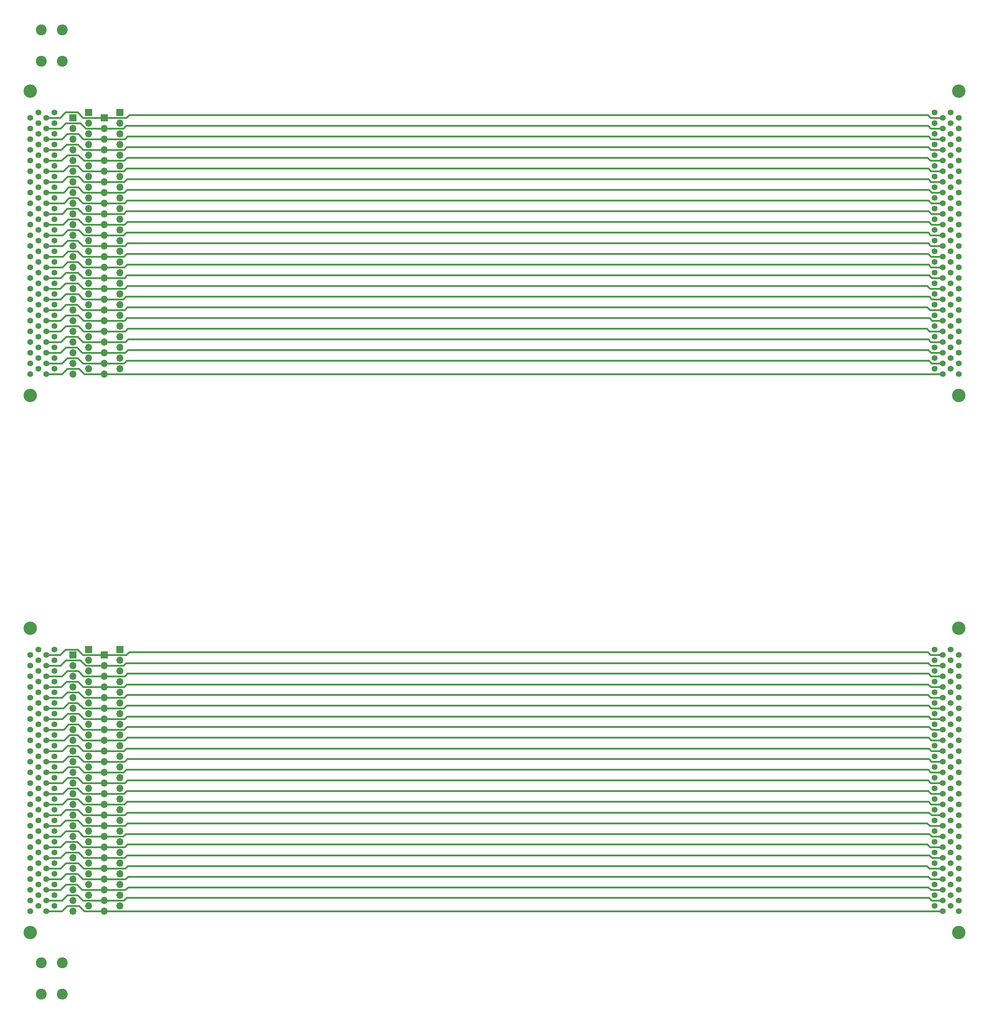
<source format=gbr>
%TF.GenerationSoftware,KiCad,Pcbnew,5.1.12-84ad8e8a86~92~ubuntu20.04.1*%
%TF.CreationDate,2022-06-08T18:54:32+02:00*%
%TF.ProjectId,bvm-a-card-breakout,62766d2d-612d-4636-9172-642d62726561,rev?*%
%TF.SameCoordinates,Original*%
%TF.FileFunction,Copper,L4,Bot*%
%TF.FilePolarity,Positive*%
%FSLAX46Y46*%
G04 Gerber Fmt 4.6, Leading zero omitted, Abs format (unit mm)*
G04 Created by KiCad (PCBNEW 5.1.12-84ad8e8a86~92~ubuntu20.04.1) date 2022-06-08 18:54:32*
%MOMM*%
%LPD*%
G01*
G04 APERTURE LIST*
%TA.AperFunction,ComponentPad*%
%ADD10C,3.200000*%
%TD*%
%TA.AperFunction,ComponentPad*%
%ADD11C,1.400000*%
%TD*%
%TA.AperFunction,ComponentPad*%
%ADD12O,1.700000X1.700000*%
%TD*%
%TA.AperFunction,ComponentPad*%
%ADD13R,1.700000X1.700000*%
%TD*%
%TA.AperFunction,ComponentPad*%
%ADD14C,2.600000*%
%TD*%
%TA.AperFunction,Conductor*%
%ADD15C,0.400000*%
%TD*%
G04 APERTURE END LIST*
D10*
%TO.P,J1,S*%
%TO.N,N/C*%
X124648840Y-162687000D03*
X124648840Y-90297000D03*
D11*
%TO.P,J1,B2*%
%TO.N,B2*%
X124648840Y-96647000D03*
%TO.P,J1,B4*%
%TO.N,B4*%
X124648840Y-99187000D03*
%TO.P,J1,B6*%
%TO.N,B6*%
X124648840Y-101727000D03*
%TO.P,J1,B8*%
%TO.N,B8*%
X124648840Y-104267000D03*
%TO.P,J1,B10*%
%TO.N,B10*%
X124648840Y-106807000D03*
%TO.P,J1,B12*%
%TO.N,B12*%
X124648840Y-109347000D03*
%TO.P,J1,B14*%
%TO.N,B14*%
X124648840Y-111887000D03*
%TO.P,J1,B16*%
%TO.N,B16*%
X124648840Y-114427000D03*
%TO.P,J1,B18*%
%TO.N,B18*%
X124648840Y-116967000D03*
%TO.P,J1,B20*%
%TO.N,B20*%
X124648840Y-119507000D03*
%TO.P,J1,B22*%
%TO.N,B22*%
X124648840Y-122047000D03*
%TO.P,J1,B24*%
%TO.N,B24*%
X124648840Y-124587000D03*
%TO.P,J1,B26*%
%TO.N,B26*%
X124648840Y-127127000D03*
%TO.P,J1,B28*%
%TO.N,B28*%
X124648840Y-129667000D03*
%TO.P,J1,B30*%
%TO.N,B30*%
X124648840Y-132207000D03*
%TO.P,J1,B32*%
%TO.N,B32*%
X124648840Y-134747000D03*
%TO.P,J1,B34*%
%TO.N,B34*%
X124648840Y-137287000D03*
%TO.P,J1,B36*%
%TO.N,B36*%
X124648840Y-139827000D03*
%TO.P,J1,B38*%
%TO.N,B38*%
X124648840Y-142367000D03*
%TO.P,J1,B40*%
%TO.N,B40*%
X124648840Y-144907000D03*
%TO.P,J1,B42*%
%TO.N,B42*%
X124648840Y-147447000D03*
%TO.P,J1,B44*%
%TO.N,B44*%
X124648840Y-149987000D03*
%TO.P,J1,B46*%
%TO.N,B46*%
X124648840Y-152527000D03*
%TO.P,J1,B48*%
%TO.N,B48*%
X124648840Y-155067000D03*
%TO.P,J1,B50*%
%TO.N,B50*%
X124648840Y-157607000D03*
%TO.P,J1,A1*%
%TO.N,A1*%
X130363840Y-95377000D03*
%TO.P,J1,A3*%
%TO.N,A3*%
X130363840Y-97917000D03*
%TO.P,J1,A5*%
%TO.N,A5*%
X130363840Y-100457000D03*
%TO.P,J1,A7*%
%TO.N,A7*%
X130363840Y-102997000D03*
%TO.P,J1,A9*%
%TO.N,A9*%
X130363840Y-105537000D03*
%TO.P,J1,A11*%
%TO.N,A11*%
X130363840Y-108077000D03*
%TO.P,J1,A13*%
%TO.N,A13*%
X130363840Y-110617000D03*
%TO.P,J1,A15*%
%TO.N,A15*%
X130363840Y-113157000D03*
%TO.P,J1,A17*%
%TO.N,A17*%
X130363840Y-115697000D03*
%TO.P,J1,A19*%
%TO.N,A19*%
X130363840Y-118237000D03*
%TO.P,J1,A21*%
%TO.N,A21*%
X130363840Y-120777000D03*
%TO.P,J1,A23*%
%TO.N,A23*%
X130363840Y-123317000D03*
%TO.P,J1,A25*%
%TO.N,A25*%
X130363840Y-125857000D03*
%TO.P,J1,A27*%
%TO.N,A27*%
X130363840Y-128397000D03*
%TO.P,J1,A29*%
%TO.N,A29*%
X130363840Y-130937000D03*
%TO.P,J1,A31*%
%TO.N,A31*%
X130363840Y-133477000D03*
%TO.P,J1,A33*%
%TO.N,A33*%
X130363840Y-136017000D03*
%TO.P,J1,A35*%
%TO.N,A35*%
X130363840Y-138557000D03*
%TO.P,J1,A37*%
%TO.N,A37*%
X130363840Y-141097000D03*
%TO.P,J1,A39*%
%TO.N,A39*%
X130363840Y-143637000D03*
%TO.P,J1,A41*%
%TO.N,A41*%
X130363840Y-146177000D03*
%TO.P,J1,A43*%
%TO.N,A43*%
X130363840Y-148717000D03*
%TO.P,J1,A45*%
%TO.N,A45*%
X130363840Y-151257000D03*
%TO.P,J1,A47*%
%TO.N,A47*%
X130363840Y-153797000D03*
%TO.P,J1,A49*%
%TO.N,A49*%
X130363840Y-156337000D03*
%TO.P,J1,A2*%
%TO.N,A2*%
X128458840Y-96647000D03*
%TO.P,J1,A4*%
%TO.N,A4*%
X128458840Y-99187000D03*
%TO.P,J1,A6*%
%TO.N,A6*%
X128458840Y-101727000D03*
%TO.P,J1,A8*%
%TO.N,A8*%
X128458840Y-104267000D03*
%TO.P,J1,A10*%
%TO.N,A10*%
X128458840Y-106807000D03*
%TO.P,J1,A12*%
%TO.N,A12*%
X128458840Y-109347000D03*
%TO.P,J1,A14*%
%TO.N,A14*%
X128458840Y-111887000D03*
%TO.P,J1,A16*%
%TO.N,A16*%
X128458840Y-114427000D03*
%TO.P,J1,A18*%
%TO.N,A18*%
X128458840Y-116967000D03*
%TO.P,J1,A20*%
%TO.N,A20*%
X128458840Y-119507000D03*
%TO.P,J1,A22*%
%TO.N,A22*%
X128458840Y-122047000D03*
%TO.P,J1,A24*%
%TO.N,A24*%
X128458840Y-124587000D03*
%TO.P,J1,A26*%
%TO.N,A26*%
X128458840Y-127127000D03*
%TO.P,J1,A28*%
%TO.N,A28*%
X128458840Y-129667000D03*
%TO.P,J1,A30*%
%TO.N,A30*%
X128458840Y-132207000D03*
%TO.P,J1,A32*%
%TO.N,A32*%
X128458840Y-134747000D03*
%TO.P,J1,A34*%
%TO.N,A34*%
X128458840Y-137287000D03*
%TO.P,J1,A36*%
%TO.N,A36*%
X128458840Y-139827000D03*
%TO.P,J1,A38*%
%TO.N,A38*%
X128458840Y-142367000D03*
%TO.P,J1,A40*%
%TO.N,A40*%
X128458840Y-144907000D03*
%TO.P,J1,A42*%
%TO.N,A42*%
X128458840Y-147447000D03*
%TO.P,J1,A44*%
%TO.N,A44*%
X128458840Y-149987000D03*
%TO.P,J1,A46*%
%TO.N,A46*%
X128458840Y-152527000D03*
%TO.P,J1,A48*%
%TO.N,A48*%
X128458840Y-155067000D03*
%TO.P,J1,A50*%
%TO.N,A50*%
X128458840Y-157607000D03*
%TO.P,J1,B1*%
%TO.N,B1*%
X126553840Y-95377000D03*
%TO.P,J1,B3*%
%TO.N,B3*%
X126553840Y-97917000D03*
%TO.P,J1,B5*%
%TO.N,B5*%
X126553840Y-100457000D03*
%TO.P,J1,B7*%
%TO.N,B7*%
X126553840Y-102997000D03*
%TO.P,J1,B9*%
%TO.N,B9*%
X126553840Y-105537000D03*
%TO.P,J1,B11*%
%TO.N,B11*%
X126553840Y-108077000D03*
%TO.P,J1,B13*%
%TO.N,B13*%
X126553840Y-110617000D03*
%TO.P,J1,B15*%
%TO.N,B15*%
X126553840Y-113157000D03*
%TO.P,J1,B17*%
%TO.N,B17*%
X126553840Y-115697000D03*
%TO.P,J1,B19*%
%TO.N,B19*%
X126553840Y-118237000D03*
%TO.P,J1,B21*%
%TO.N,B21*%
X126553840Y-120777000D03*
%TO.P,J1,B23*%
%TO.N,B23*%
X126553840Y-123317000D03*
%TO.P,J1,B25*%
%TO.N,B25*%
X126553840Y-125857000D03*
%TO.P,J1,B27*%
%TO.N,B27*%
X126553840Y-128397000D03*
%TO.P,J1,B29*%
%TO.N,B29*%
X126553840Y-130937000D03*
%TO.P,J1,B31*%
%TO.N,B31*%
X126553840Y-133477000D03*
%TO.P,J1,B33*%
%TO.N,B33*%
X126553840Y-136017000D03*
%TO.P,J1,B35*%
%TO.N,B35*%
X126553840Y-138557000D03*
%TO.P,J1,B37*%
%TO.N,B37*%
X126553840Y-141097000D03*
%TO.P,J1,B39*%
%TO.N,B39*%
X126553840Y-143637000D03*
%TO.P,J1,B41*%
%TO.N,B41*%
X126553840Y-146177000D03*
%TO.P,J1,B43*%
%TO.N,B43*%
X126553840Y-148717000D03*
%TO.P,J1,B45*%
%TO.N,B45*%
X126553840Y-151257000D03*
%TO.P,J1,B47*%
%TO.N,B47*%
X126553840Y-153797000D03*
%TO.P,J1,B49*%
%TO.N,B49*%
X126553840Y-156337000D03*
%TD*%
%TO.P,J11,B49*%
%TO.N,B49_2*%
X126552960Y-284129480D03*
%TO.P,J11,B47*%
%TO.N,B47_2*%
X126552960Y-281589480D03*
%TO.P,J11,B45*%
%TO.N,B45_2*%
X126552960Y-279049480D03*
%TO.P,J11,B43*%
%TO.N,B43_2*%
X126552960Y-276509480D03*
%TO.P,J11,B41*%
%TO.N,B41_2*%
X126552960Y-273969480D03*
%TO.P,J11,B39*%
%TO.N,B39_2*%
X126552960Y-271429480D03*
%TO.P,J11,B37*%
%TO.N,B37_2*%
X126552960Y-268889480D03*
%TO.P,J11,B35*%
%TO.N,B35_2*%
X126552960Y-266349480D03*
%TO.P,J11,B33*%
%TO.N,B33_2*%
X126552960Y-263809480D03*
%TO.P,J11,B31*%
%TO.N,B31_2*%
X126552960Y-261269480D03*
%TO.P,J11,B29*%
%TO.N,B29_2*%
X126552960Y-258729480D03*
%TO.P,J11,B27*%
%TO.N,B27_2*%
X126552960Y-256189480D03*
%TO.P,J11,B25*%
%TO.N,B25_2*%
X126552960Y-253649480D03*
%TO.P,J11,B23*%
%TO.N,B23_2*%
X126552960Y-251109480D03*
%TO.P,J11,B21*%
%TO.N,B21_2*%
X126552960Y-248569480D03*
%TO.P,J11,B19*%
%TO.N,B19_2*%
X126552960Y-246029480D03*
%TO.P,J11,B17*%
%TO.N,B17_2*%
X126552960Y-243489480D03*
%TO.P,J11,B15*%
%TO.N,B15_2*%
X126552960Y-240949480D03*
%TO.P,J11,B13*%
%TO.N,B13_2*%
X126552960Y-238409480D03*
%TO.P,J11,B11*%
%TO.N,B11_2*%
X126552960Y-235869480D03*
%TO.P,J11,B9*%
%TO.N,B9_2*%
X126552960Y-233329480D03*
%TO.P,J11,B7*%
%TO.N,B7_2*%
X126552960Y-230789480D03*
%TO.P,J11,B5*%
%TO.N,B5_2*%
X126552960Y-228249480D03*
%TO.P,J11,B3*%
%TO.N,B3_2*%
X126552960Y-225709480D03*
%TO.P,J11,B1*%
%TO.N,B1_2*%
X126552960Y-223169480D03*
%TO.P,J11,A50*%
%TO.N,A50_2*%
X128457960Y-285399480D03*
%TO.P,J11,A48*%
%TO.N,A48_2*%
X128457960Y-282859480D03*
%TO.P,J11,A46*%
%TO.N,A46_2*%
X128457960Y-280319480D03*
%TO.P,J11,A44*%
%TO.N,A44_2*%
X128457960Y-277779480D03*
%TO.P,J11,A42*%
%TO.N,A42_2*%
X128457960Y-275239480D03*
%TO.P,J11,A40*%
%TO.N,A40_2*%
X128457960Y-272699480D03*
%TO.P,J11,A38*%
%TO.N,A38_2*%
X128457960Y-270159480D03*
%TO.P,J11,A36*%
%TO.N,A36_2*%
X128457960Y-267619480D03*
%TO.P,J11,A34*%
%TO.N,A34_2*%
X128457960Y-265079480D03*
%TO.P,J11,A32*%
%TO.N,A32_2*%
X128457960Y-262539480D03*
%TO.P,J11,A30*%
%TO.N,A30_2*%
X128457960Y-259999480D03*
%TO.P,J11,A28*%
%TO.N,A28_2*%
X128457960Y-257459480D03*
%TO.P,J11,A26*%
%TO.N,A26_2*%
X128457960Y-254919480D03*
%TO.P,J11,A24*%
%TO.N,A24_2*%
X128457960Y-252379480D03*
%TO.P,J11,A22*%
%TO.N,A22_2*%
X128457960Y-249839480D03*
%TO.P,J11,A20*%
%TO.N,A20_2*%
X128457960Y-247299480D03*
%TO.P,J11,A18*%
%TO.N,A18_2*%
X128457960Y-244759480D03*
%TO.P,J11,A16*%
%TO.N,A16_2*%
X128457960Y-242219480D03*
%TO.P,J11,A14*%
%TO.N,A14_2*%
X128457960Y-239679480D03*
%TO.P,J11,A12*%
%TO.N,A12_2*%
X128457960Y-237139480D03*
%TO.P,J11,A10*%
%TO.N,A10_2*%
X128457960Y-234599480D03*
%TO.P,J11,A8*%
%TO.N,A8_2*%
X128457960Y-232059480D03*
%TO.P,J11,A6*%
%TO.N,A6_2*%
X128457960Y-229519480D03*
%TO.P,J11,A4*%
%TO.N,A4_2*%
X128457960Y-226979480D03*
%TO.P,J11,A2*%
%TO.N,A2_2*%
X128457960Y-224439480D03*
%TO.P,J11,A49*%
%TO.N,A49_2*%
X130362960Y-284129480D03*
%TO.P,J11,A47*%
%TO.N,A47_2*%
X130362960Y-281589480D03*
%TO.P,J11,A45*%
%TO.N,A45_2*%
X130362960Y-279049480D03*
%TO.P,J11,A43*%
%TO.N,A43_2*%
X130362960Y-276509480D03*
%TO.P,J11,A41*%
%TO.N,A41_2*%
X130362960Y-273969480D03*
%TO.P,J11,A39*%
%TO.N,A39_2*%
X130362960Y-271429480D03*
%TO.P,J11,A37*%
%TO.N,A37_2*%
X130362960Y-268889480D03*
%TO.P,J11,A35*%
%TO.N,A35_2*%
X130362960Y-266349480D03*
%TO.P,J11,A33*%
%TO.N,A33_2*%
X130362960Y-263809480D03*
%TO.P,J11,A31*%
%TO.N,A31_2*%
X130362960Y-261269480D03*
%TO.P,J11,A29*%
%TO.N,A29_2*%
X130362960Y-258729480D03*
%TO.P,J11,A27*%
%TO.N,A27_2*%
X130362960Y-256189480D03*
%TO.P,J11,A25*%
%TO.N,A25_2*%
X130362960Y-253649480D03*
%TO.P,J11,A23*%
%TO.N,A23_2*%
X130362960Y-251109480D03*
%TO.P,J11,A21*%
%TO.N,A21_2*%
X130362960Y-248569480D03*
%TO.P,J11,A19*%
%TO.N,A19_2*%
X130362960Y-246029480D03*
%TO.P,J11,A17*%
%TO.N,A17_2*%
X130362960Y-243489480D03*
%TO.P,J11,A15*%
%TO.N,A15_2*%
X130362960Y-240949480D03*
%TO.P,J11,A13*%
%TO.N,A13_2*%
X130362960Y-238409480D03*
%TO.P,J11,A11*%
%TO.N,A11_2*%
X130362960Y-235869480D03*
%TO.P,J11,A9*%
%TO.N,A9_2*%
X130362960Y-233329480D03*
%TO.P,J11,A7*%
%TO.N,A7_2*%
X130362960Y-230789480D03*
%TO.P,J11,A5*%
%TO.N,A5_2*%
X130362960Y-228249480D03*
%TO.P,J11,A3*%
%TO.N,A3_2*%
X130362960Y-225709480D03*
%TO.P,J11,A1*%
%TO.N,A1_2*%
X130362960Y-223169480D03*
%TO.P,J11,B50*%
%TO.N,B50_2*%
X124647960Y-285399480D03*
%TO.P,J11,B48*%
%TO.N,B48_2*%
X124647960Y-282859480D03*
%TO.P,J11,B46*%
%TO.N,B46_2*%
X124647960Y-280319480D03*
%TO.P,J11,B44*%
%TO.N,B44_2*%
X124647960Y-277779480D03*
%TO.P,J11,B42*%
%TO.N,B42_2*%
X124647960Y-275239480D03*
%TO.P,J11,B40*%
%TO.N,B40_2*%
X124647960Y-272699480D03*
%TO.P,J11,B38*%
%TO.N,B38_2*%
X124647960Y-270159480D03*
%TO.P,J11,B36*%
%TO.N,B36_2*%
X124647960Y-267619480D03*
%TO.P,J11,B34*%
%TO.N,B34_2*%
X124647960Y-265079480D03*
%TO.P,J11,B32*%
%TO.N,B32_2*%
X124647960Y-262539480D03*
%TO.P,J11,B30*%
%TO.N,B30_2*%
X124647960Y-259999480D03*
%TO.P,J11,B28*%
%TO.N,B28_2*%
X124647960Y-257459480D03*
%TO.P,J11,B26*%
%TO.N,B26_2*%
X124647960Y-254919480D03*
%TO.P,J11,B24*%
%TO.N,B24_2*%
X124647960Y-252379480D03*
%TO.P,J11,B22*%
%TO.N,B22_2*%
X124647960Y-249839480D03*
%TO.P,J11,B20*%
%TO.N,B20_2*%
X124647960Y-247299480D03*
%TO.P,J11,B18*%
%TO.N,B18_2*%
X124647960Y-244759480D03*
%TO.P,J11,B16*%
%TO.N,B16_2*%
X124647960Y-242219480D03*
%TO.P,J11,B14*%
%TO.N,B14_2*%
X124647960Y-239679480D03*
%TO.P,J11,B12*%
%TO.N,B12_2*%
X124647960Y-237139480D03*
%TO.P,J11,B10*%
%TO.N,B10_2*%
X124647960Y-234599480D03*
%TO.P,J11,B8*%
%TO.N,B8_2*%
X124647960Y-232059480D03*
%TO.P,J11,B6*%
%TO.N,B6_2*%
X124647960Y-229519480D03*
%TO.P,J11,B4*%
%TO.N,B4_2*%
X124647960Y-226979480D03*
%TO.P,J11,B2*%
%TO.N,B2_2*%
X124647960Y-224439480D03*
D10*
%TO.P,J11,S*%
%TO.N,N/C*%
X124647960Y-218089480D03*
X124647960Y-290479480D03*
%TD*%
%TO.P,J2,S*%
%TO.N,N/C*%
X345588240Y-162683560D03*
X345588240Y-90293560D03*
D11*
%TO.P,J2,B2*%
%TO.N,B2*%
X345588240Y-96643560D03*
%TO.P,J2,B4*%
%TO.N,B4*%
X345588240Y-99183560D03*
%TO.P,J2,B6*%
%TO.N,B6*%
X345588240Y-101723560D03*
%TO.P,J2,B8*%
%TO.N,B8*%
X345588240Y-104263560D03*
%TO.P,J2,B10*%
%TO.N,B10*%
X345588240Y-106803560D03*
%TO.P,J2,B12*%
%TO.N,B12*%
X345588240Y-109343560D03*
%TO.P,J2,B14*%
%TO.N,B14*%
X345588240Y-111883560D03*
%TO.P,J2,B16*%
%TO.N,B16*%
X345588240Y-114423560D03*
%TO.P,J2,B18*%
%TO.N,B18*%
X345588240Y-116963560D03*
%TO.P,J2,B20*%
%TO.N,B20*%
X345588240Y-119503560D03*
%TO.P,J2,B22*%
%TO.N,B22*%
X345588240Y-122043560D03*
%TO.P,J2,B24*%
%TO.N,B24*%
X345588240Y-124583560D03*
%TO.P,J2,B26*%
%TO.N,B26*%
X345588240Y-127123560D03*
%TO.P,J2,B28*%
%TO.N,B28*%
X345588240Y-129663560D03*
%TO.P,J2,B30*%
%TO.N,B30*%
X345588240Y-132203560D03*
%TO.P,J2,B32*%
%TO.N,B32*%
X345588240Y-134743560D03*
%TO.P,J2,B34*%
%TO.N,B34*%
X345588240Y-137283560D03*
%TO.P,J2,B36*%
%TO.N,B36*%
X345588240Y-139823560D03*
%TO.P,J2,B38*%
%TO.N,B38*%
X345588240Y-142363560D03*
%TO.P,J2,B40*%
%TO.N,B40*%
X345588240Y-144903560D03*
%TO.P,J2,B42*%
%TO.N,B42*%
X345588240Y-147443560D03*
%TO.P,J2,B44*%
%TO.N,B44*%
X345588240Y-149983560D03*
%TO.P,J2,B46*%
%TO.N,B46*%
X345588240Y-152523560D03*
%TO.P,J2,B48*%
%TO.N,B48*%
X345588240Y-155063560D03*
%TO.P,J2,B50*%
%TO.N,B50*%
X345588240Y-157603560D03*
%TO.P,J2,A1*%
%TO.N,A1*%
X339873240Y-95373560D03*
%TO.P,J2,A3*%
%TO.N,A3*%
X339873240Y-97913560D03*
%TO.P,J2,A5*%
%TO.N,A5*%
X339873240Y-100453560D03*
%TO.P,J2,A7*%
%TO.N,A7*%
X339873240Y-102993560D03*
%TO.P,J2,A9*%
%TO.N,A9*%
X339873240Y-105533560D03*
%TO.P,J2,A11*%
%TO.N,A11*%
X339873240Y-108073560D03*
%TO.P,J2,A13*%
%TO.N,A13*%
X339873240Y-110613560D03*
%TO.P,J2,A15*%
%TO.N,A15*%
X339873240Y-113153560D03*
%TO.P,J2,A17*%
%TO.N,A17*%
X339873240Y-115693560D03*
%TO.P,J2,A19*%
%TO.N,A19*%
X339873240Y-118233560D03*
%TO.P,J2,A21*%
%TO.N,A21*%
X339873240Y-120773560D03*
%TO.P,J2,A23*%
%TO.N,A23*%
X339873240Y-123313560D03*
%TO.P,J2,A25*%
%TO.N,A25*%
X339873240Y-125853560D03*
%TO.P,J2,A27*%
%TO.N,A27*%
X339873240Y-128393560D03*
%TO.P,J2,A29*%
%TO.N,A29*%
X339873240Y-130933560D03*
%TO.P,J2,A31*%
%TO.N,A31*%
X339873240Y-133473560D03*
%TO.P,J2,A33*%
%TO.N,A33*%
X339873240Y-136013560D03*
%TO.P,J2,A35*%
%TO.N,A35*%
X339873240Y-138553560D03*
%TO.P,J2,A37*%
%TO.N,A37*%
X339873240Y-141093560D03*
%TO.P,J2,A39*%
%TO.N,A39*%
X339873240Y-143633560D03*
%TO.P,J2,A41*%
%TO.N,A41*%
X339873240Y-146173560D03*
%TO.P,J2,A43*%
%TO.N,A43*%
X339873240Y-148713560D03*
%TO.P,J2,A45*%
%TO.N,A45*%
X339873240Y-151253560D03*
%TO.P,J2,A47*%
%TO.N,A47*%
X339873240Y-153793560D03*
%TO.P,J2,A49*%
%TO.N,A49*%
X339873240Y-156333560D03*
%TO.P,J2,A2*%
%TO.N,A2*%
X341778240Y-96643560D03*
%TO.P,J2,A4*%
%TO.N,A4*%
X341778240Y-99183560D03*
%TO.P,J2,A6*%
%TO.N,A6*%
X341778240Y-101723560D03*
%TO.P,J2,A8*%
%TO.N,A8*%
X341778240Y-104263560D03*
%TO.P,J2,A10*%
%TO.N,A10*%
X341778240Y-106803560D03*
%TO.P,J2,A12*%
%TO.N,A12*%
X341778240Y-109343560D03*
%TO.P,J2,A14*%
%TO.N,A14*%
X341778240Y-111883560D03*
%TO.P,J2,A16*%
%TO.N,A16*%
X341778240Y-114423560D03*
%TO.P,J2,A18*%
%TO.N,A18*%
X341778240Y-116963560D03*
%TO.P,J2,A20*%
%TO.N,A20*%
X341778240Y-119503560D03*
%TO.P,J2,A22*%
%TO.N,A22*%
X341778240Y-122043560D03*
%TO.P,J2,A24*%
%TO.N,A24*%
X341778240Y-124583560D03*
%TO.P,J2,A26*%
%TO.N,A26*%
X341778240Y-127123560D03*
%TO.P,J2,A28*%
%TO.N,A28*%
X341778240Y-129663560D03*
%TO.P,J2,A30*%
%TO.N,A30*%
X341778240Y-132203560D03*
%TO.P,J2,A32*%
%TO.N,A32*%
X341778240Y-134743560D03*
%TO.P,J2,A34*%
%TO.N,A34*%
X341778240Y-137283560D03*
%TO.P,J2,A36*%
%TO.N,A36*%
X341778240Y-139823560D03*
%TO.P,J2,A38*%
%TO.N,A38*%
X341778240Y-142363560D03*
%TO.P,J2,A40*%
%TO.N,A40*%
X341778240Y-144903560D03*
%TO.P,J2,A42*%
%TO.N,A42*%
X341778240Y-147443560D03*
%TO.P,J2,A44*%
%TO.N,A44*%
X341778240Y-149983560D03*
%TO.P,J2,A46*%
%TO.N,A46*%
X341778240Y-152523560D03*
%TO.P,J2,A48*%
%TO.N,A48*%
X341778240Y-155063560D03*
%TO.P,J2,A50*%
%TO.N,A50*%
X341778240Y-157603560D03*
%TO.P,J2,B1*%
%TO.N,B1*%
X343683240Y-95373560D03*
%TO.P,J2,B3*%
%TO.N,B3*%
X343683240Y-97913560D03*
%TO.P,J2,B5*%
%TO.N,B5*%
X343683240Y-100453560D03*
%TO.P,J2,B7*%
%TO.N,B7*%
X343683240Y-102993560D03*
%TO.P,J2,B9*%
%TO.N,B9*%
X343683240Y-105533560D03*
%TO.P,J2,B11*%
%TO.N,B11*%
X343683240Y-108073560D03*
%TO.P,J2,B13*%
%TO.N,B13*%
X343683240Y-110613560D03*
%TO.P,J2,B15*%
%TO.N,B15*%
X343683240Y-113153560D03*
%TO.P,J2,B17*%
%TO.N,B17*%
X343683240Y-115693560D03*
%TO.P,J2,B19*%
%TO.N,B19*%
X343683240Y-118233560D03*
%TO.P,J2,B21*%
%TO.N,B21*%
X343683240Y-120773560D03*
%TO.P,J2,B23*%
%TO.N,B23*%
X343683240Y-123313560D03*
%TO.P,J2,B25*%
%TO.N,B25*%
X343683240Y-125853560D03*
%TO.P,J2,B27*%
%TO.N,B27*%
X343683240Y-128393560D03*
%TO.P,J2,B29*%
%TO.N,B29*%
X343683240Y-130933560D03*
%TO.P,J2,B31*%
%TO.N,B31*%
X343683240Y-133473560D03*
%TO.P,J2,B33*%
%TO.N,B33*%
X343683240Y-136013560D03*
%TO.P,J2,B35*%
%TO.N,B35*%
X343683240Y-138553560D03*
%TO.P,J2,B37*%
%TO.N,B37*%
X343683240Y-141093560D03*
%TO.P,J2,B39*%
%TO.N,B39*%
X343683240Y-143633560D03*
%TO.P,J2,B41*%
%TO.N,B41*%
X343683240Y-146173560D03*
%TO.P,J2,B43*%
%TO.N,B43*%
X343683240Y-148713560D03*
%TO.P,J2,B45*%
%TO.N,B45*%
X343683240Y-151253560D03*
%TO.P,J2,B47*%
%TO.N,B47*%
X343683240Y-153793560D03*
%TO.P,J2,B49*%
%TO.N,B49*%
X343683240Y-156333560D03*
%TD*%
D10*
%TO.P,J12,S*%
%TO.N,N/C*%
X345587320Y-290474400D03*
X345587320Y-218084400D03*
D11*
%TO.P,J12,B2*%
%TO.N,B2_2*%
X345587320Y-224434400D03*
%TO.P,J12,B4*%
%TO.N,B4_2*%
X345587320Y-226974400D03*
%TO.P,J12,B6*%
%TO.N,B6_2*%
X345587320Y-229514400D03*
%TO.P,J12,B8*%
%TO.N,B8_2*%
X345587320Y-232054400D03*
%TO.P,J12,B10*%
%TO.N,B10_2*%
X345587320Y-234594400D03*
%TO.P,J12,B12*%
%TO.N,B12_2*%
X345587320Y-237134400D03*
%TO.P,J12,B14*%
%TO.N,B14_2*%
X345587320Y-239674400D03*
%TO.P,J12,B16*%
%TO.N,B16_2*%
X345587320Y-242214400D03*
%TO.P,J12,B18*%
%TO.N,B18_2*%
X345587320Y-244754400D03*
%TO.P,J12,B20*%
%TO.N,B20_2*%
X345587320Y-247294400D03*
%TO.P,J12,B22*%
%TO.N,B22_2*%
X345587320Y-249834400D03*
%TO.P,J12,B24*%
%TO.N,B24_2*%
X345587320Y-252374400D03*
%TO.P,J12,B26*%
%TO.N,B26_2*%
X345587320Y-254914400D03*
%TO.P,J12,B28*%
%TO.N,B28_2*%
X345587320Y-257454400D03*
%TO.P,J12,B30*%
%TO.N,B30_2*%
X345587320Y-259994400D03*
%TO.P,J12,B32*%
%TO.N,B32_2*%
X345587320Y-262534400D03*
%TO.P,J12,B34*%
%TO.N,B34_2*%
X345587320Y-265074400D03*
%TO.P,J12,B36*%
%TO.N,B36_2*%
X345587320Y-267614400D03*
%TO.P,J12,B38*%
%TO.N,B38_2*%
X345587320Y-270154400D03*
%TO.P,J12,B40*%
%TO.N,B40_2*%
X345587320Y-272694400D03*
%TO.P,J12,B42*%
%TO.N,B42_2*%
X345587320Y-275234400D03*
%TO.P,J12,B44*%
%TO.N,B44_2*%
X345587320Y-277774400D03*
%TO.P,J12,B46*%
%TO.N,B46_2*%
X345587320Y-280314400D03*
%TO.P,J12,B48*%
%TO.N,B48_2*%
X345587320Y-282854400D03*
%TO.P,J12,B50*%
%TO.N,B50_2*%
X345587320Y-285394400D03*
%TO.P,J12,A1*%
%TO.N,A1_2*%
X339872320Y-223164400D03*
%TO.P,J12,A3*%
%TO.N,A3_2*%
X339872320Y-225704400D03*
%TO.P,J12,A5*%
%TO.N,A5_2*%
X339872320Y-228244400D03*
%TO.P,J12,A7*%
%TO.N,A7_2*%
X339872320Y-230784400D03*
%TO.P,J12,A9*%
%TO.N,A9_2*%
X339872320Y-233324400D03*
%TO.P,J12,A11*%
%TO.N,A11_2*%
X339872320Y-235864400D03*
%TO.P,J12,A13*%
%TO.N,A13_2*%
X339872320Y-238404400D03*
%TO.P,J12,A15*%
%TO.N,A15_2*%
X339872320Y-240944400D03*
%TO.P,J12,A17*%
%TO.N,A17_2*%
X339872320Y-243484400D03*
%TO.P,J12,A19*%
%TO.N,A19_2*%
X339872320Y-246024400D03*
%TO.P,J12,A21*%
%TO.N,A21_2*%
X339872320Y-248564400D03*
%TO.P,J12,A23*%
%TO.N,A23_2*%
X339872320Y-251104400D03*
%TO.P,J12,A25*%
%TO.N,A25_2*%
X339872320Y-253644400D03*
%TO.P,J12,A27*%
%TO.N,A27_2*%
X339872320Y-256184400D03*
%TO.P,J12,A29*%
%TO.N,A29_2*%
X339872320Y-258724400D03*
%TO.P,J12,A31*%
%TO.N,A31_2*%
X339872320Y-261264400D03*
%TO.P,J12,A33*%
%TO.N,A33_2*%
X339872320Y-263804400D03*
%TO.P,J12,A35*%
%TO.N,A35_2*%
X339872320Y-266344400D03*
%TO.P,J12,A37*%
%TO.N,A37_2*%
X339872320Y-268884400D03*
%TO.P,J12,A39*%
%TO.N,A39_2*%
X339872320Y-271424400D03*
%TO.P,J12,A41*%
%TO.N,A41_2*%
X339872320Y-273964400D03*
%TO.P,J12,A43*%
%TO.N,A43_2*%
X339872320Y-276504400D03*
%TO.P,J12,A45*%
%TO.N,A45_2*%
X339872320Y-279044400D03*
%TO.P,J12,A47*%
%TO.N,A47_2*%
X339872320Y-281584400D03*
%TO.P,J12,A49*%
%TO.N,A49_2*%
X339872320Y-284124400D03*
%TO.P,J12,A2*%
%TO.N,A2_2*%
X341777320Y-224434400D03*
%TO.P,J12,A4*%
%TO.N,A4_2*%
X341777320Y-226974400D03*
%TO.P,J12,A6*%
%TO.N,A6_2*%
X341777320Y-229514400D03*
%TO.P,J12,A8*%
%TO.N,A8_2*%
X341777320Y-232054400D03*
%TO.P,J12,A10*%
%TO.N,A10_2*%
X341777320Y-234594400D03*
%TO.P,J12,A12*%
%TO.N,A12_2*%
X341777320Y-237134400D03*
%TO.P,J12,A14*%
%TO.N,A14_2*%
X341777320Y-239674400D03*
%TO.P,J12,A16*%
%TO.N,A16_2*%
X341777320Y-242214400D03*
%TO.P,J12,A18*%
%TO.N,A18_2*%
X341777320Y-244754400D03*
%TO.P,J12,A20*%
%TO.N,A20_2*%
X341777320Y-247294400D03*
%TO.P,J12,A22*%
%TO.N,A22_2*%
X341777320Y-249834400D03*
%TO.P,J12,A24*%
%TO.N,A24_2*%
X341777320Y-252374400D03*
%TO.P,J12,A26*%
%TO.N,A26_2*%
X341777320Y-254914400D03*
%TO.P,J12,A28*%
%TO.N,A28_2*%
X341777320Y-257454400D03*
%TO.P,J12,A30*%
%TO.N,A30_2*%
X341777320Y-259994400D03*
%TO.P,J12,A32*%
%TO.N,A32_2*%
X341777320Y-262534400D03*
%TO.P,J12,A34*%
%TO.N,A34_2*%
X341777320Y-265074400D03*
%TO.P,J12,A36*%
%TO.N,A36_2*%
X341777320Y-267614400D03*
%TO.P,J12,A38*%
%TO.N,A38_2*%
X341777320Y-270154400D03*
%TO.P,J12,A40*%
%TO.N,A40_2*%
X341777320Y-272694400D03*
%TO.P,J12,A42*%
%TO.N,A42_2*%
X341777320Y-275234400D03*
%TO.P,J12,A44*%
%TO.N,A44_2*%
X341777320Y-277774400D03*
%TO.P,J12,A46*%
%TO.N,A46_2*%
X341777320Y-280314400D03*
%TO.P,J12,A48*%
%TO.N,A48_2*%
X341777320Y-282854400D03*
%TO.P,J12,A50*%
%TO.N,A50_2*%
X341777320Y-285394400D03*
%TO.P,J12,B1*%
%TO.N,B1_2*%
X343682320Y-223164400D03*
%TO.P,J12,B3*%
%TO.N,B3_2*%
X343682320Y-225704400D03*
%TO.P,J12,B5*%
%TO.N,B5_2*%
X343682320Y-228244400D03*
%TO.P,J12,B7*%
%TO.N,B7_2*%
X343682320Y-230784400D03*
%TO.P,J12,B9*%
%TO.N,B9_2*%
X343682320Y-233324400D03*
%TO.P,J12,B11*%
%TO.N,B11_2*%
X343682320Y-235864400D03*
%TO.P,J12,B13*%
%TO.N,B13_2*%
X343682320Y-238404400D03*
%TO.P,J12,B15*%
%TO.N,B15_2*%
X343682320Y-240944400D03*
%TO.P,J12,B17*%
%TO.N,B17_2*%
X343682320Y-243484400D03*
%TO.P,J12,B19*%
%TO.N,B19_2*%
X343682320Y-246024400D03*
%TO.P,J12,B21*%
%TO.N,B21_2*%
X343682320Y-248564400D03*
%TO.P,J12,B23*%
%TO.N,B23_2*%
X343682320Y-251104400D03*
%TO.P,J12,B25*%
%TO.N,B25_2*%
X343682320Y-253644400D03*
%TO.P,J12,B27*%
%TO.N,B27_2*%
X343682320Y-256184400D03*
%TO.P,J12,B29*%
%TO.N,B29_2*%
X343682320Y-258724400D03*
%TO.P,J12,B31*%
%TO.N,B31_2*%
X343682320Y-261264400D03*
%TO.P,J12,B33*%
%TO.N,B33_2*%
X343682320Y-263804400D03*
%TO.P,J12,B35*%
%TO.N,B35_2*%
X343682320Y-266344400D03*
%TO.P,J12,B37*%
%TO.N,B37_2*%
X343682320Y-268884400D03*
%TO.P,J12,B39*%
%TO.N,B39_2*%
X343682320Y-271424400D03*
%TO.P,J12,B41*%
%TO.N,B41_2*%
X343682320Y-273964400D03*
%TO.P,J12,B43*%
%TO.N,B43_2*%
X343682320Y-276504400D03*
%TO.P,J12,B45*%
%TO.N,B45_2*%
X343682320Y-279044400D03*
%TO.P,J12,B47*%
%TO.N,B47_2*%
X343682320Y-281584400D03*
%TO.P,J12,B49*%
%TO.N,B49_2*%
X343682320Y-284124400D03*
%TD*%
D12*
%TO.P,J3,25*%
%TO.N,B49*%
X138488840Y-156320860D03*
%TO.P,J3,24*%
%TO.N,B47*%
X138488840Y-153780860D03*
%TO.P,J3,23*%
%TO.N,B45*%
X138488840Y-151240860D03*
%TO.P,J3,22*%
%TO.N,B43*%
X138488840Y-148700860D03*
%TO.P,J3,21*%
%TO.N,B41*%
X138488840Y-146160860D03*
%TO.P,J3,20*%
%TO.N,B39*%
X138488840Y-143620860D03*
%TO.P,J3,19*%
%TO.N,B37*%
X138488840Y-141080860D03*
%TO.P,J3,18*%
%TO.N,B35*%
X138488840Y-138540860D03*
%TO.P,J3,17*%
%TO.N,B33*%
X138488840Y-136000860D03*
%TO.P,J3,16*%
%TO.N,B31*%
X138488840Y-133460860D03*
%TO.P,J3,15*%
%TO.N,B29*%
X138488840Y-130920860D03*
%TO.P,J3,14*%
%TO.N,B27*%
X138488840Y-128380860D03*
%TO.P,J3,13*%
%TO.N,B25*%
X138488840Y-125840860D03*
%TO.P,J3,12*%
%TO.N,B23*%
X138488840Y-123300860D03*
%TO.P,J3,11*%
%TO.N,B21*%
X138488840Y-120760860D03*
%TO.P,J3,10*%
%TO.N,B19*%
X138488840Y-118220860D03*
%TO.P,J3,9*%
%TO.N,B17*%
X138488840Y-115680860D03*
%TO.P,J3,8*%
%TO.N,B15*%
X138488840Y-113140860D03*
%TO.P,J3,7*%
%TO.N,B13*%
X138488840Y-110600860D03*
%TO.P,J3,6*%
%TO.N,B11*%
X138488840Y-108060860D03*
%TO.P,J3,5*%
%TO.N,B9*%
X138488840Y-105520860D03*
%TO.P,J3,4*%
%TO.N,B7*%
X138488840Y-102980860D03*
%TO.P,J3,3*%
%TO.N,B5*%
X138488840Y-100440860D03*
%TO.P,J3,2*%
%TO.N,B3*%
X138488840Y-97900860D03*
D13*
%TO.P,J3,1*%
%TO.N,B1*%
X138488840Y-95360860D03*
%TD*%
%TO.P,J5,1*%
%TO.N,B2*%
X134763840Y-96635860D03*
D12*
%TO.P,J5,2*%
%TO.N,B4*%
X134763840Y-99175860D03*
%TO.P,J5,3*%
%TO.N,B6*%
X134763840Y-101715860D03*
%TO.P,J5,4*%
%TO.N,B8*%
X134763840Y-104255860D03*
%TO.P,J5,5*%
%TO.N,B10*%
X134763840Y-106795860D03*
%TO.P,J5,6*%
%TO.N,B12*%
X134763840Y-109335860D03*
%TO.P,J5,7*%
%TO.N,B14*%
X134763840Y-111875860D03*
%TO.P,J5,8*%
%TO.N,B16*%
X134763840Y-114415860D03*
%TO.P,J5,9*%
%TO.N,B18*%
X134763840Y-116955860D03*
%TO.P,J5,10*%
%TO.N,B20*%
X134763840Y-119495860D03*
%TO.P,J5,11*%
%TO.N,B22*%
X134763840Y-122035860D03*
%TO.P,J5,12*%
%TO.N,B24*%
X134763840Y-124575860D03*
%TO.P,J5,13*%
%TO.N,B26*%
X134763840Y-127115860D03*
%TO.P,J5,14*%
%TO.N,B28*%
X134763840Y-129655860D03*
%TO.P,J5,15*%
%TO.N,B30*%
X134763840Y-132195860D03*
%TO.P,J5,16*%
%TO.N,B32*%
X134763840Y-134735860D03*
%TO.P,J5,17*%
%TO.N,B34*%
X134763840Y-137275860D03*
%TO.P,J5,18*%
%TO.N,B36*%
X134763840Y-139815860D03*
%TO.P,J5,19*%
%TO.N,B38*%
X134763840Y-142355860D03*
%TO.P,J5,20*%
%TO.N,B40*%
X134763840Y-144895860D03*
%TO.P,J5,21*%
%TO.N,B42*%
X134763840Y-147435860D03*
%TO.P,J5,22*%
%TO.N,B44*%
X134763840Y-149975860D03*
%TO.P,J5,23*%
%TO.N,B46*%
X134763840Y-152515860D03*
%TO.P,J5,24*%
%TO.N,B48*%
X134763840Y-155055860D03*
%TO.P,J5,25*%
%TO.N,B50*%
X134763840Y-157595860D03*
%TD*%
%TO.P,J4,25*%
%TO.N,A49*%
X145938840Y-156320860D03*
%TO.P,J4,24*%
%TO.N,A47*%
X145938840Y-153780860D03*
%TO.P,J4,23*%
%TO.N,A45*%
X145938840Y-151240860D03*
%TO.P,J4,22*%
%TO.N,A43*%
X145938840Y-148700860D03*
%TO.P,J4,21*%
%TO.N,A41*%
X145938840Y-146160860D03*
%TO.P,J4,20*%
%TO.N,A39*%
X145938840Y-143620860D03*
%TO.P,J4,19*%
%TO.N,A37*%
X145938840Y-141080860D03*
%TO.P,J4,18*%
%TO.N,A35*%
X145938840Y-138540860D03*
%TO.P,J4,17*%
%TO.N,A33*%
X145938840Y-136000860D03*
%TO.P,J4,16*%
%TO.N,A31*%
X145938840Y-133460860D03*
%TO.P,J4,15*%
%TO.N,A29*%
X145938840Y-130920860D03*
%TO.P,J4,14*%
%TO.N,A27*%
X145938840Y-128380860D03*
%TO.P,J4,13*%
%TO.N,A25*%
X145938840Y-125840860D03*
%TO.P,J4,12*%
%TO.N,A23*%
X145938840Y-123300860D03*
%TO.P,J4,11*%
%TO.N,A21*%
X145938840Y-120760860D03*
%TO.P,J4,10*%
%TO.N,A19*%
X145938840Y-118220860D03*
%TO.P,J4,9*%
%TO.N,A17*%
X145938840Y-115680860D03*
%TO.P,J4,8*%
%TO.N,A15*%
X145938840Y-113140860D03*
%TO.P,J4,7*%
%TO.N,A13*%
X145938840Y-110600860D03*
%TO.P,J4,6*%
%TO.N,A11*%
X145938840Y-108060860D03*
%TO.P,J4,5*%
%TO.N,A9*%
X145938840Y-105520860D03*
%TO.P,J4,4*%
%TO.N,A7*%
X145938840Y-102980860D03*
%TO.P,J4,3*%
%TO.N,A5*%
X145938840Y-100440860D03*
%TO.P,J4,2*%
%TO.N,A3*%
X145938840Y-97900860D03*
D13*
%TO.P,J4,1*%
%TO.N,A1*%
X145938840Y-95360860D03*
%TD*%
%TO.P,J6,1*%
%TO.N,A2*%
X142213840Y-96635860D03*
D12*
%TO.P,J6,2*%
%TO.N,A4*%
X142213840Y-99175860D03*
%TO.P,J6,3*%
%TO.N,A6*%
X142213840Y-101715860D03*
%TO.P,J6,4*%
%TO.N,A8*%
X142213840Y-104255860D03*
%TO.P,J6,5*%
%TO.N,A10*%
X142213840Y-106795860D03*
%TO.P,J6,6*%
%TO.N,A12*%
X142213840Y-109335860D03*
%TO.P,J6,7*%
%TO.N,A14*%
X142213840Y-111875860D03*
%TO.P,J6,8*%
%TO.N,A16*%
X142213840Y-114415860D03*
%TO.P,J6,9*%
%TO.N,A18*%
X142213840Y-116955860D03*
%TO.P,J6,10*%
%TO.N,A20*%
X142213840Y-119495860D03*
%TO.P,J6,11*%
%TO.N,A22*%
X142213840Y-122035860D03*
%TO.P,J6,12*%
%TO.N,A24*%
X142213840Y-124575860D03*
%TO.P,J6,13*%
%TO.N,A26*%
X142213840Y-127115860D03*
%TO.P,J6,14*%
%TO.N,A28*%
X142213840Y-129655860D03*
%TO.P,J6,15*%
%TO.N,A30*%
X142213840Y-132195860D03*
%TO.P,J6,16*%
%TO.N,A32*%
X142213840Y-134735860D03*
%TO.P,J6,17*%
%TO.N,A34*%
X142213840Y-137275860D03*
%TO.P,J6,18*%
%TO.N,A36*%
X142213840Y-139815860D03*
%TO.P,J6,19*%
%TO.N,A38*%
X142213840Y-142355860D03*
%TO.P,J6,20*%
%TO.N,A40*%
X142213840Y-144895860D03*
%TO.P,J6,21*%
%TO.N,A42*%
X142213840Y-147435860D03*
%TO.P,J6,22*%
%TO.N,A44*%
X142213840Y-149975860D03*
%TO.P,J6,23*%
%TO.N,A46*%
X142213840Y-152515860D03*
%TO.P,J6,24*%
%TO.N,A48*%
X142213840Y-155055860D03*
%TO.P,J6,25*%
%TO.N,A50*%
X142213840Y-157595860D03*
%TD*%
D14*
%TO.P,H2,S*%
%TO.N,N/C*%
X127274000Y-75722360D03*
X132274000Y-75722360D03*
X132274000Y-83222360D03*
X127274000Y-83222360D03*
%TD*%
%TO.P,H1,S*%
%TO.N,N/C*%
X127274000Y-305122360D03*
X132274000Y-305122360D03*
X132274000Y-297622360D03*
X127274000Y-297622360D03*
%TD*%
D12*
%TO.P,J13,25*%
%TO.N,B49_2*%
X138488840Y-284123500D03*
%TO.P,J13,24*%
%TO.N,B47_2*%
X138488840Y-281583500D03*
%TO.P,J13,23*%
%TO.N,B45_2*%
X138488840Y-279043500D03*
%TO.P,J13,22*%
%TO.N,B43_2*%
X138488840Y-276503500D03*
%TO.P,J13,21*%
%TO.N,B41_2*%
X138488840Y-273963500D03*
%TO.P,J13,20*%
%TO.N,B39_2*%
X138488840Y-271423500D03*
%TO.P,J13,19*%
%TO.N,B37_2*%
X138488840Y-268883500D03*
%TO.P,J13,18*%
%TO.N,B35_2*%
X138488840Y-266343500D03*
%TO.P,J13,17*%
%TO.N,B33_2*%
X138488840Y-263803500D03*
%TO.P,J13,16*%
%TO.N,B31_2*%
X138488840Y-261263500D03*
%TO.P,J13,15*%
%TO.N,B29_2*%
X138488840Y-258723500D03*
%TO.P,J13,14*%
%TO.N,B27_2*%
X138488840Y-256183500D03*
%TO.P,J13,13*%
%TO.N,B25_2*%
X138488840Y-253643500D03*
%TO.P,J13,12*%
%TO.N,B23_2*%
X138488840Y-251103500D03*
%TO.P,J13,11*%
%TO.N,B21_2*%
X138488840Y-248563500D03*
%TO.P,J13,10*%
%TO.N,B19_2*%
X138488840Y-246023500D03*
%TO.P,J13,9*%
%TO.N,B17_2*%
X138488840Y-243483500D03*
%TO.P,J13,8*%
%TO.N,B15_2*%
X138488840Y-240943500D03*
%TO.P,J13,7*%
%TO.N,B13_2*%
X138488840Y-238403500D03*
%TO.P,J13,6*%
%TO.N,B11_2*%
X138488840Y-235863500D03*
%TO.P,J13,5*%
%TO.N,B9_2*%
X138488840Y-233323500D03*
%TO.P,J13,4*%
%TO.N,B7_2*%
X138488840Y-230783500D03*
%TO.P,J13,3*%
%TO.N,B5_2*%
X138488840Y-228243500D03*
%TO.P,J13,2*%
%TO.N,B3_2*%
X138488840Y-225703500D03*
D13*
%TO.P,J13,1*%
%TO.N,B1_2*%
X138488840Y-223163500D03*
%TD*%
D12*
%TO.P,J14,25*%
%TO.N,A49_2*%
X145938840Y-284123500D03*
%TO.P,J14,24*%
%TO.N,A47_2*%
X145938840Y-281583500D03*
%TO.P,J14,23*%
%TO.N,A45_2*%
X145938840Y-279043500D03*
%TO.P,J14,22*%
%TO.N,A43_2*%
X145938840Y-276503500D03*
%TO.P,J14,21*%
%TO.N,A41_2*%
X145938840Y-273963500D03*
%TO.P,J14,20*%
%TO.N,A39_2*%
X145938840Y-271423500D03*
%TO.P,J14,19*%
%TO.N,A37_2*%
X145938840Y-268883500D03*
%TO.P,J14,18*%
%TO.N,A35_2*%
X145938840Y-266343500D03*
%TO.P,J14,17*%
%TO.N,A33_2*%
X145938840Y-263803500D03*
%TO.P,J14,16*%
%TO.N,A31_2*%
X145938840Y-261263500D03*
%TO.P,J14,15*%
%TO.N,A29_2*%
X145938840Y-258723500D03*
%TO.P,J14,14*%
%TO.N,A27_2*%
X145938840Y-256183500D03*
%TO.P,J14,13*%
%TO.N,A25_2*%
X145938840Y-253643500D03*
%TO.P,J14,12*%
%TO.N,A23_2*%
X145938840Y-251103500D03*
%TO.P,J14,11*%
%TO.N,A21_2*%
X145938840Y-248563500D03*
%TO.P,J14,10*%
%TO.N,A19_2*%
X145938840Y-246023500D03*
%TO.P,J14,9*%
%TO.N,A17_2*%
X145938840Y-243483500D03*
%TO.P,J14,8*%
%TO.N,A15_2*%
X145938840Y-240943500D03*
%TO.P,J14,7*%
%TO.N,A13_2*%
X145938840Y-238403500D03*
%TO.P,J14,6*%
%TO.N,A11_2*%
X145938840Y-235863500D03*
%TO.P,J14,5*%
%TO.N,A9_2*%
X145938840Y-233323500D03*
%TO.P,J14,4*%
%TO.N,A7_2*%
X145938840Y-230783500D03*
%TO.P,J14,3*%
%TO.N,A5_2*%
X145938840Y-228243500D03*
%TO.P,J14,2*%
%TO.N,A3_2*%
X145938840Y-225703500D03*
D13*
%TO.P,J14,1*%
%TO.N,A1_2*%
X145938840Y-223163500D03*
%TD*%
%TO.P,J15,1*%
%TO.N,B2_2*%
X134763840Y-224438500D03*
D12*
%TO.P,J15,2*%
%TO.N,B4_2*%
X134763840Y-226978500D03*
%TO.P,J15,3*%
%TO.N,B6_2*%
X134763840Y-229518500D03*
%TO.P,J15,4*%
%TO.N,B8_2*%
X134763840Y-232058500D03*
%TO.P,J15,5*%
%TO.N,B10_2*%
X134763840Y-234598500D03*
%TO.P,J15,6*%
%TO.N,B12_2*%
X134763840Y-237138500D03*
%TO.P,J15,7*%
%TO.N,B14_2*%
X134763840Y-239678500D03*
%TO.P,J15,8*%
%TO.N,B16_2*%
X134763840Y-242218500D03*
%TO.P,J15,9*%
%TO.N,B18_2*%
X134763840Y-244758500D03*
%TO.P,J15,10*%
%TO.N,B20_2*%
X134763840Y-247298500D03*
%TO.P,J15,11*%
%TO.N,B22_2*%
X134763840Y-249838500D03*
%TO.P,J15,12*%
%TO.N,B24_2*%
X134763840Y-252378500D03*
%TO.P,J15,13*%
%TO.N,B26_2*%
X134763840Y-254918500D03*
%TO.P,J15,14*%
%TO.N,B28_2*%
X134763840Y-257458500D03*
%TO.P,J15,15*%
%TO.N,B30_2*%
X134763840Y-259998500D03*
%TO.P,J15,16*%
%TO.N,B32_2*%
X134763840Y-262538500D03*
%TO.P,J15,17*%
%TO.N,B34_2*%
X134763840Y-265078500D03*
%TO.P,J15,18*%
%TO.N,B36_2*%
X134763840Y-267618500D03*
%TO.P,J15,19*%
%TO.N,B38_2*%
X134763840Y-270158500D03*
%TO.P,J15,20*%
%TO.N,B40_2*%
X134763840Y-272698500D03*
%TO.P,J15,21*%
%TO.N,B42_2*%
X134763840Y-275238500D03*
%TO.P,J15,22*%
%TO.N,B44_2*%
X134763840Y-277778500D03*
%TO.P,J15,23*%
%TO.N,B46_2*%
X134763840Y-280318500D03*
%TO.P,J15,24*%
%TO.N,B48_2*%
X134763840Y-282858500D03*
%TO.P,J15,25*%
%TO.N,B50_2*%
X134763840Y-285398500D03*
%TD*%
D13*
%TO.P,J16,1*%
%TO.N,A2_2*%
X142213840Y-224438500D03*
D12*
%TO.P,J16,2*%
%TO.N,A4_2*%
X142213840Y-226978500D03*
%TO.P,J16,3*%
%TO.N,A6_2*%
X142213840Y-229518500D03*
%TO.P,J16,4*%
%TO.N,A8_2*%
X142213840Y-232058500D03*
%TO.P,J16,5*%
%TO.N,A10_2*%
X142213840Y-234598500D03*
%TO.P,J16,6*%
%TO.N,A12_2*%
X142213840Y-237138500D03*
%TO.P,J16,7*%
%TO.N,A14_2*%
X142213840Y-239678500D03*
%TO.P,J16,8*%
%TO.N,A16_2*%
X142213840Y-242218500D03*
%TO.P,J16,9*%
%TO.N,A18_2*%
X142213840Y-244758500D03*
%TO.P,J16,10*%
%TO.N,A20_2*%
X142213840Y-247298500D03*
%TO.P,J16,11*%
%TO.N,A22_2*%
X142213840Y-249838500D03*
%TO.P,J16,12*%
%TO.N,A24_2*%
X142213840Y-252378500D03*
%TO.P,J16,13*%
%TO.N,A26_2*%
X142213840Y-254918500D03*
%TO.P,J16,14*%
%TO.N,A28_2*%
X142213840Y-257458500D03*
%TO.P,J16,15*%
%TO.N,A30_2*%
X142213840Y-259998500D03*
%TO.P,J16,16*%
%TO.N,A32_2*%
X142213840Y-262538500D03*
%TO.P,J16,17*%
%TO.N,A34_2*%
X142213840Y-265078500D03*
%TO.P,J16,18*%
%TO.N,A36_2*%
X142213840Y-267618500D03*
%TO.P,J16,19*%
%TO.N,A38_2*%
X142213840Y-270158500D03*
%TO.P,J16,20*%
%TO.N,A40_2*%
X142213840Y-272698500D03*
%TO.P,J16,21*%
%TO.N,A42_2*%
X142213840Y-275238500D03*
%TO.P,J16,22*%
%TO.N,A44_2*%
X142213840Y-277778500D03*
%TO.P,J16,23*%
%TO.N,A46_2*%
X142213840Y-280318500D03*
%TO.P,J16,24*%
%TO.N,A48_2*%
X142213840Y-282858500D03*
%TO.P,J16,25*%
%TO.N,A50_2*%
X142213840Y-285398500D03*
%TD*%
D15*
%TO.N,A50*%
X128456300Y-157593400D02*
X132156300Y-157593400D01*
X137496300Y-157598400D02*
X142211300Y-157598400D01*
X136236300Y-156338400D02*
X137496300Y-157598400D01*
X133411300Y-156338400D02*
X136236300Y-156338400D01*
X132156300Y-157593400D02*
X133411300Y-156338400D01*
X142211300Y-157598400D02*
X341770700Y-157598400D01*
X341770700Y-157598400D02*
X341775700Y-157593400D01*
%TO.N,A48*%
X128456300Y-155053400D02*
X132196300Y-155053400D01*
X137156300Y-155058400D02*
X142211300Y-155058400D01*
X135886300Y-153788400D02*
X137156300Y-155058400D01*
X133461300Y-153788400D02*
X135886300Y-153788400D01*
X132196300Y-155053400D02*
X133461300Y-153788400D01*
X146894260Y-155058400D02*
X147546060Y-154406600D01*
X338528660Y-154406600D02*
X339180460Y-155058400D01*
X142211300Y-155058400D02*
X146894260Y-155058400D01*
X339180460Y-155058400D02*
X341770700Y-155058400D01*
X147546060Y-154406600D02*
X338528660Y-154406600D01*
X341770700Y-155058400D02*
X341775700Y-155053400D01*
%TO.N,A46*%
X137016300Y-152518400D02*
X142211300Y-152518400D01*
X135761300Y-151263400D02*
X137016300Y-152518400D01*
X133086300Y-151263400D02*
X135761300Y-151263400D01*
X131836300Y-152513400D02*
X133086300Y-151263400D01*
X128456300Y-152513400D02*
X131836300Y-152513400D01*
X341770700Y-152518400D02*
X341775700Y-152513400D01*
X147275260Y-152518400D02*
X147914360Y-151879300D01*
X142211300Y-152518400D02*
X147275260Y-152518400D01*
X147914360Y-151879300D02*
X338363560Y-151879300D01*
X338363560Y-151879300D02*
X339002660Y-152518400D01*
X339002660Y-152518400D02*
X341770700Y-152518400D01*
%TO.N,A44*%
X147901660Y-149339300D02*
X338304560Y-149339300D01*
X147262560Y-149978400D02*
X147901660Y-149339300D01*
X128456300Y-149973400D02*
X131951300Y-149973400D01*
X137201300Y-149978400D02*
X142211300Y-149978400D01*
X135936300Y-148713400D02*
X137201300Y-149978400D01*
X133211300Y-148713400D02*
X135936300Y-148713400D01*
X131951300Y-149973400D02*
X133211300Y-148713400D01*
X338943660Y-149978400D02*
X341770700Y-149978400D01*
X142211300Y-149978400D02*
X147262560Y-149978400D01*
X338304560Y-149339300D02*
X338943660Y-149978400D01*
X341770700Y-149978400D02*
X341775700Y-149973400D01*
%TO.N,A42*%
X128456300Y-147433400D02*
X131816300Y-147433400D01*
X137336300Y-147438400D02*
X142211300Y-147438400D01*
X136061300Y-146163400D02*
X137336300Y-147438400D01*
X133086300Y-146163400D02*
X136061300Y-146163400D01*
X131816300Y-147433400D02*
X133086300Y-146163400D01*
X341770700Y-147438400D02*
X341775700Y-147433400D01*
X337982560Y-146799300D02*
X338621660Y-147438400D01*
X147876260Y-146799300D02*
X337982560Y-146799300D01*
X338621660Y-147438400D02*
X341770700Y-147438400D01*
X147237160Y-147438400D02*
X147876260Y-146799300D01*
X142211300Y-147438400D02*
X147237160Y-147438400D01*
%TO.N,A40*%
X128456300Y-144893400D02*
X131856300Y-144893400D01*
X137371300Y-144898400D02*
X142211300Y-144898400D01*
X136111300Y-143638400D02*
X137371300Y-144898400D01*
X133111300Y-143638400D02*
X136111300Y-143638400D01*
X131856300Y-144893400D02*
X133111300Y-143638400D01*
X339256660Y-144898400D02*
X341770700Y-144898400D01*
X341770700Y-144898400D02*
X341775700Y-144893400D01*
X338617560Y-144259300D02*
X339256660Y-144898400D01*
X142211300Y-144898400D02*
X147046660Y-144898400D01*
X147685760Y-144259300D02*
X338617560Y-144259300D01*
X147046660Y-144898400D02*
X147685760Y-144259300D01*
%TO.N,A38*%
X128456300Y-142353400D02*
X131821300Y-142353400D01*
X137106300Y-142358400D02*
X142211300Y-142358400D01*
X135836300Y-141088400D02*
X137106300Y-142358400D01*
X133086300Y-141088400D02*
X135836300Y-141088400D01*
X131821300Y-142353400D02*
X133086300Y-141088400D01*
X341770700Y-142358400D02*
X341775700Y-142353400D01*
X338122260Y-141693900D02*
X338786760Y-142358400D01*
X147072060Y-142358400D02*
X147736560Y-141693900D01*
X142211300Y-142358400D02*
X147072060Y-142358400D01*
X147736560Y-141693900D02*
X338122260Y-141693900D01*
X338786760Y-142358400D02*
X341770700Y-142358400D01*
%TO.N,A36*%
X128456300Y-139813400D02*
X131836300Y-139813400D01*
X137291300Y-139818400D02*
X142211300Y-139818400D01*
X136036300Y-138563400D02*
X137291300Y-139818400D01*
X133086300Y-138563400D02*
X136036300Y-138563400D01*
X131836300Y-139813400D02*
X133086300Y-138563400D01*
X341770700Y-139818400D02*
X341775700Y-139813400D01*
X146767260Y-139818400D02*
X147406360Y-139179300D01*
X147406360Y-139179300D02*
X338566760Y-139179300D01*
X339205860Y-139818400D02*
X341770700Y-139818400D01*
X142211300Y-139818400D02*
X146767260Y-139818400D01*
X338566760Y-139179300D02*
X339205860Y-139818400D01*
%TO.N,A34*%
X128456300Y-137273400D02*
X131776300Y-137273400D01*
X137251300Y-137278400D02*
X142211300Y-137278400D01*
X135986300Y-136013400D02*
X137251300Y-137278400D01*
X133036300Y-136013400D02*
X135986300Y-136013400D01*
X131776300Y-137273400D02*
X133036300Y-136013400D01*
X341770700Y-137278400D02*
X341775700Y-137273400D01*
X147787360Y-136639300D02*
X338109560Y-136639300D01*
X147148260Y-137278400D02*
X147787360Y-136639300D01*
X338109560Y-136639300D02*
X338748660Y-137278400D01*
X338748660Y-137278400D02*
X341770700Y-137278400D01*
X142211300Y-137278400D02*
X147148260Y-137278400D01*
%TO.N,A32*%
X128456300Y-134733400D02*
X131841300Y-134733400D01*
X137261300Y-134738400D02*
X142211300Y-134738400D01*
X135986300Y-133463400D02*
X137261300Y-134738400D01*
X133111300Y-133463400D02*
X135986300Y-133463400D01*
X131841300Y-134733400D02*
X133111300Y-133463400D01*
X147711160Y-134112000D02*
X338528660Y-134112000D01*
X147084760Y-134738400D02*
X147711160Y-134112000D01*
X142211300Y-134738400D02*
X147084760Y-134738400D01*
X338528660Y-134112000D02*
X339155060Y-134738400D01*
X339155060Y-134738400D02*
X341770700Y-134738400D01*
X341770700Y-134738400D02*
X341775700Y-134733400D01*
%TO.N,A30*%
X147634960Y-131546600D02*
X338388960Y-131546600D01*
X339040760Y-132198400D02*
X341770700Y-132198400D01*
X338388960Y-131546600D02*
X339040760Y-132198400D01*
X128456300Y-132193400D02*
X132256300Y-132193400D01*
X137271300Y-132198400D02*
X142211300Y-132198400D01*
X136011300Y-130938400D02*
X137271300Y-132198400D01*
X133511300Y-130938400D02*
X136011300Y-130938400D01*
X132256300Y-132193400D02*
X133511300Y-130938400D01*
X146983160Y-132198400D02*
X147634960Y-131546600D01*
X341770700Y-132198400D02*
X341775700Y-132193400D01*
X142211300Y-132198400D02*
X146983160Y-132198400D01*
%TO.N,A28*%
X341770700Y-129658400D02*
X341775700Y-129653400D01*
X338325460Y-128993900D02*
X338989960Y-129658400D01*
X128456300Y-129653400D02*
X132346300Y-129653400D01*
X137131300Y-129658400D02*
X142211300Y-129658400D01*
X135861300Y-128388400D02*
X137131300Y-129658400D01*
X133611300Y-128388400D02*
X135861300Y-128388400D01*
X132346300Y-129653400D02*
X133611300Y-128388400D01*
X147609560Y-128993900D02*
X338325460Y-128993900D01*
X146945060Y-129658400D02*
X147609560Y-128993900D01*
X142211300Y-129658400D02*
X146945060Y-129658400D01*
X338989960Y-129658400D02*
X341770700Y-129658400D01*
%TO.N,A26*%
X147787360Y-126466600D02*
X338300060Y-126466600D01*
X128456300Y-127113400D02*
X132261300Y-127113400D01*
X137141300Y-127118400D02*
X142211300Y-127118400D01*
X135886300Y-125863400D02*
X137141300Y-127118400D01*
X133511300Y-125863400D02*
X135886300Y-125863400D01*
X132261300Y-127113400D02*
X133511300Y-125863400D01*
X338300060Y-126466600D02*
X338951860Y-127118400D01*
X338951860Y-127118400D02*
X341770700Y-127118400D01*
X142211300Y-127118400D02*
X147135560Y-127118400D01*
X341770700Y-127118400D02*
X341775700Y-127113400D01*
X147135560Y-127118400D02*
X147787360Y-126466600D01*
%TO.N,A24*%
X128456300Y-124573400D02*
X132351300Y-124573400D01*
X137426300Y-124578400D02*
X142211300Y-124578400D01*
X136161300Y-123313400D02*
X137426300Y-124578400D01*
X133611300Y-123313400D02*
X136161300Y-123313400D01*
X132351300Y-124573400D02*
X133611300Y-123313400D01*
X341770700Y-124578400D02*
X341775700Y-124573400D01*
X142211300Y-124578400D02*
X146843460Y-124578400D01*
X146843460Y-124578400D02*
X147495260Y-123926600D01*
X338304560Y-123926600D02*
X338956360Y-124578400D01*
X338956360Y-124578400D02*
X341770700Y-124578400D01*
X147495260Y-123926600D02*
X338304560Y-123926600D01*
%TO.N,A22*%
X142211300Y-122038400D02*
X147110160Y-122038400D01*
X128456300Y-122033400D02*
X132416300Y-122033400D01*
X137311300Y-122038400D02*
X142211300Y-122038400D01*
X136036300Y-120763400D02*
X137311300Y-122038400D01*
X133686300Y-120763400D02*
X136036300Y-120763400D01*
X132416300Y-122033400D02*
X133686300Y-120763400D01*
X338477860Y-121386600D02*
X339129660Y-122038400D01*
X147110160Y-122038400D02*
X147761960Y-121386600D01*
X339129660Y-122038400D02*
X341770700Y-122038400D01*
X341770700Y-122038400D02*
X341775700Y-122033400D01*
X147761960Y-121386600D02*
X338477860Y-121386600D01*
%TO.N,A20*%
X128456300Y-119493400D02*
X132231300Y-119493400D01*
X137221300Y-119498400D02*
X142211300Y-119498400D01*
X135961300Y-118238400D02*
X137221300Y-119498400D01*
X133486300Y-118238400D02*
X135961300Y-118238400D01*
X132231300Y-119493400D02*
X133486300Y-118238400D01*
X338465160Y-118859300D02*
X339104260Y-119498400D01*
X147533360Y-118859300D02*
X338465160Y-118859300D01*
X142211300Y-119498400D02*
X146894260Y-119498400D01*
X146894260Y-119498400D02*
X147533360Y-118859300D01*
X341770700Y-119498400D02*
X341775700Y-119493400D01*
X339104260Y-119498400D02*
X341770700Y-119498400D01*
%TO.N,A18*%
X128456300Y-116953400D02*
X132646300Y-116953400D01*
X137206300Y-116958400D02*
X142211300Y-116958400D01*
X135936300Y-115688400D02*
X137206300Y-116958400D01*
X133911300Y-115688400D02*
X135936300Y-115688400D01*
X132646300Y-116953400D02*
X133911300Y-115688400D01*
X341770700Y-116958400D02*
X341775700Y-116953400D01*
X147059360Y-116958400D02*
X147711160Y-116306600D01*
X142211300Y-116958400D02*
X147059360Y-116958400D01*
X338427060Y-116306600D02*
X339066160Y-116945700D01*
X147711160Y-116306600D02*
X338427060Y-116306600D01*
X339066160Y-116958400D02*
X341770700Y-116958400D01*
X339066160Y-116945700D02*
X339066160Y-116958400D01*
%TO.N,A16*%
X128456300Y-114413400D02*
X132561300Y-114413400D01*
X137291300Y-114418400D02*
X142211300Y-114418400D01*
X136036300Y-113163400D02*
X137291300Y-114418400D01*
X133811300Y-113163400D02*
X136036300Y-113163400D01*
X132561300Y-114413400D02*
X133811300Y-113163400D01*
X142211300Y-114418400D02*
X146995860Y-114418400D01*
X338541360Y-113766600D02*
X339193160Y-114418400D01*
X147647660Y-113766600D02*
X338541360Y-113766600D01*
X339193160Y-114418400D02*
X341770700Y-114418400D01*
X146995860Y-114418400D02*
X147647660Y-113766600D01*
X341770700Y-114418400D02*
X341775700Y-114413400D01*
%TO.N,A14*%
X338956360Y-111819400D02*
X338956360Y-111878400D01*
X128456300Y-111873400D02*
X132251300Y-111873400D01*
X137401300Y-111878400D02*
X142211300Y-111878400D01*
X136136300Y-110613400D02*
X137401300Y-111878400D01*
X133511300Y-110613400D02*
X136136300Y-110613400D01*
X132251300Y-111873400D02*
X133511300Y-110613400D01*
X338388960Y-111252000D02*
X338956360Y-111819400D01*
X341770700Y-111878400D02*
X341775700Y-111873400D01*
X142211300Y-111878400D02*
X147033960Y-111878400D01*
X147033960Y-111878400D02*
X147660360Y-111252000D01*
X147660360Y-111252000D02*
X338388960Y-111252000D01*
X338956360Y-111878400D02*
X341770700Y-111878400D01*
%TO.N,A12*%
X128456300Y-109333400D02*
X132516300Y-109333400D01*
X137211300Y-109338400D02*
X142211300Y-109338400D01*
X135936300Y-108063400D02*
X137211300Y-109338400D01*
X133786300Y-108063400D02*
X135936300Y-108063400D01*
X132516300Y-109333400D02*
X133786300Y-108063400D01*
X147546060Y-108673900D02*
X338380760Y-108673900D01*
X338380760Y-108673900D02*
X339045260Y-109338400D01*
X341770700Y-109338400D02*
X341775700Y-109333400D01*
X339045260Y-109338400D02*
X341770700Y-109338400D01*
X142211300Y-109338400D02*
X146881560Y-109338400D01*
X146881560Y-109338400D02*
X147546060Y-108673900D01*
%TO.N,A10*%
X142211300Y-106798400D02*
X146995860Y-106798400D01*
X128456300Y-106793400D02*
X132131300Y-106793400D01*
X137396300Y-106798400D02*
X142211300Y-106798400D01*
X136111300Y-105513400D02*
X137396300Y-106798400D01*
X133411300Y-105513400D02*
X136111300Y-105513400D01*
X132131300Y-106793400D02*
X133411300Y-105513400D01*
X341770700Y-106798400D02*
X341775700Y-106793400D01*
X146995860Y-106798400D02*
X147673060Y-106121200D01*
X338888360Y-106798400D02*
X341770700Y-106798400D01*
X147673060Y-106121200D02*
X338211160Y-106121200D01*
X338211160Y-106121200D02*
X338888360Y-106798400D01*
%TO.N,A8*%
X339007160Y-104258400D02*
X341770700Y-104258400D01*
X147596860Y-103619300D02*
X338368060Y-103619300D01*
X128456300Y-104253400D02*
X131971300Y-104253400D01*
X137231300Y-104258400D02*
X142211300Y-104258400D01*
X135961300Y-102988400D02*
X137231300Y-104258400D01*
X133236300Y-102988400D02*
X135961300Y-102988400D01*
X131971300Y-104253400D02*
X133236300Y-102988400D01*
X341770700Y-104258400D02*
X341775700Y-104253400D01*
X338368060Y-103619300D02*
X339007160Y-104258400D01*
X146957760Y-104258400D02*
X147596860Y-103619300D01*
X142211300Y-104258400D02*
X146957760Y-104258400D01*
%TO.N,A6*%
X128456300Y-101713400D02*
X132211300Y-101713400D01*
X137291300Y-101718400D02*
X142211300Y-101718400D01*
X136036300Y-100463400D02*
X137291300Y-101718400D01*
X133461300Y-100463400D02*
X136036300Y-100463400D01*
X132211300Y-101713400D02*
X133461300Y-100463400D01*
X338401660Y-101066600D02*
X339053460Y-101718400D01*
X147774660Y-101066600D02*
X338401660Y-101066600D01*
X147122860Y-101718400D02*
X147774660Y-101066600D01*
X339053460Y-101718400D02*
X341770700Y-101718400D01*
X341770700Y-101718400D02*
X341775700Y-101713400D01*
X142211300Y-101718400D02*
X147122860Y-101718400D01*
%TO.N,A4*%
X147444460Y-98539300D02*
X338312760Y-98539300D01*
X128456300Y-99173400D02*
X131876300Y-99173400D01*
X137851300Y-99178400D02*
X142211300Y-99178400D01*
X136586300Y-97913400D02*
X137851300Y-99178400D01*
X133136300Y-97913400D02*
X136586300Y-97913400D01*
X131876300Y-99173400D02*
X133136300Y-97913400D01*
X142211300Y-99178400D02*
X146805360Y-99178400D01*
X341770700Y-99178400D02*
X341775700Y-99173400D01*
X338951860Y-99178400D02*
X341770700Y-99178400D01*
X338312760Y-98539300D02*
X338951860Y-99178400D01*
X146805360Y-99178400D02*
X147444460Y-98539300D01*
%TO.N,A2*%
X128456300Y-96633400D02*
X131741300Y-96633400D01*
X137186300Y-96638400D02*
X142211300Y-96638400D01*
X135861300Y-95313400D02*
X137186300Y-96638400D01*
X133061300Y-95313400D02*
X135861300Y-95313400D01*
X131741300Y-96633400D02*
X133061300Y-95313400D01*
X341770700Y-96638400D02*
X341775700Y-96633400D01*
X338913760Y-96638400D02*
X341770700Y-96638400D01*
X142211300Y-96638400D02*
X147478460Y-96638400D01*
X148168360Y-95948500D02*
X338223860Y-95948500D01*
X147478460Y-96638400D02*
X148168360Y-95948500D01*
X338223860Y-95948500D02*
X338913760Y-96638400D01*
%TO.N,A50_2*%
X128458840Y-285393500D02*
X132158840Y-285393500D01*
X137498840Y-285398500D02*
X142213840Y-285398500D01*
X136238840Y-284138500D02*
X137498840Y-285398500D01*
X133413840Y-284138500D02*
X136238840Y-284138500D01*
X132158840Y-285393500D02*
X133413840Y-284138500D01*
X341773240Y-285398500D02*
X341778240Y-285393500D01*
X142213840Y-285398500D02*
X341773240Y-285398500D01*
%TO.N,A48_2*%
X128458840Y-282853500D02*
X132198840Y-282853500D01*
X137158840Y-282858500D02*
X142213840Y-282858500D01*
X135888840Y-281588500D02*
X137158840Y-282858500D01*
X133463840Y-281588500D02*
X135888840Y-281588500D01*
X132198840Y-282853500D02*
X133463840Y-281588500D01*
X341773240Y-282858500D02*
X341778240Y-282853500D01*
X338531200Y-282206700D02*
X339183000Y-282858500D01*
X339183000Y-282858500D02*
X341773240Y-282858500D01*
X147548600Y-282206700D02*
X338531200Y-282206700D01*
X146896800Y-282858500D02*
X147548600Y-282206700D01*
X142213840Y-282858500D02*
X146896800Y-282858500D01*
%TO.N,A46_2*%
X137018840Y-280318500D02*
X142213840Y-280318500D01*
X135763840Y-279063500D02*
X137018840Y-280318500D01*
X133088840Y-279063500D02*
X135763840Y-279063500D01*
X131838840Y-280313500D02*
X133088840Y-279063500D01*
X128458840Y-280313500D02*
X131838840Y-280313500D01*
X341773240Y-280318500D02*
X341778240Y-280313500D01*
X339005200Y-280318500D02*
X341773240Y-280318500D01*
X338366100Y-279679400D02*
X339005200Y-280318500D01*
X147277800Y-280318500D02*
X147916900Y-279679400D01*
X147916900Y-279679400D02*
X338366100Y-279679400D01*
X142213840Y-280318500D02*
X147277800Y-280318500D01*
%TO.N,A44_2*%
X128458840Y-277773500D02*
X131953840Y-277773500D01*
X137203840Y-277778500D02*
X142213840Y-277778500D01*
X135938840Y-276513500D02*
X137203840Y-277778500D01*
X133213840Y-276513500D02*
X135938840Y-276513500D01*
X131953840Y-277773500D02*
X133213840Y-276513500D01*
X341773240Y-277778500D02*
X341778240Y-277773500D01*
X338946200Y-277778500D02*
X341773240Y-277778500D01*
X338307100Y-277139400D02*
X338946200Y-277778500D01*
X147904200Y-277139400D02*
X338307100Y-277139400D01*
X147265100Y-277778500D02*
X147904200Y-277139400D01*
X142213840Y-277778500D02*
X147265100Y-277778500D01*
%TO.N,A42_2*%
X128458840Y-275233500D02*
X131818840Y-275233500D01*
X137338840Y-275238500D02*
X142213840Y-275238500D01*
X136063840Y-273963500D02*
X137338840Y-275238500D01*
X133088840Y-273963500D02*
X136063840Y-273963500D01*
X131818840Y-275233500D02*
X133088840Y-273963500D01*
X338624200Y-275238500D02*
X341773240Y-275238500D01*
X337985100Y-274599400D02*
X338624200Y-275238500D01*
X341773240Y-275238500D02*
X341778240Y-275233500D01*
X147878800Y-274599400D02*
X337985100Y-274599400D01*
X147239700Y-275238500D02*
X147878800Y-274599400D01*
X142213840Y-275238500D02*
X147239700Y-275238500D01*
%TO.N,A40_2*%
X128458840Y-272693500D02*
X131858840Y-272693500D01*
X137373840Y-272698500D02*
X142213840Y-272698500D01*
X136113840Y-271438500D02*
X137373840Y-272698500D01*
X133113840Y-271438500D02*
X136113840Y-271438500D01*
X131858840Y-272693500D02*
X133113840Y-271438500D01*
X339259200Y-272698500D02*
X341773240Y-272698500D01*
X338620100Y-272059400D02*
X339259200Y-272698500D01*
X147688300Y-272059400D02*
X338620100Y-272059400D01*
X341773240Y-272698500D02*
X341778240Y-272693500D01*
X147049200Y-272698500D02*
X147688300Y-272059400D01*
X142213840Y-272698500D02*
X147049200Y-272698500D01*
%TO.N,A38_2*%
X128458840Y-270153500D02*
X131823840Y-270153500D01*
X137108840Y-270158500D02*
X142213840Y-270158500D01*
X135838840Y-268888500D02*
X137108840Y-270158500D01*
X133088840Y-268888500D02*
X135838840Y-268888500D01*
X131823840Y-270153500D02*
X133088840Y-268888500D01*
X341773240Y-270158500D02*
X341778240Y-270153500D01*
X338789300Y-270158500D02*
X341773240Y-270158500D01*
X338124800Y-269494000D02*
X338789300Y-270158500D01*
X147074600Y-270158500D02*
X147739100Y-269494000D01*
X147739100Y-269494000D02*
X338124800Y-269494000D01*
X142213840Y-270158500D02*
X147074600Y-270158500D01*
%TO.N,A36_2*%
X128458840Y-267613500D02*
X131838840Y-267613500D01*
X137293840Y-267618500D02*
X142213840Y-267618500D01*
X136038840Y-266363500D02*
X137293840Y-267618500D01*
X133088840Y-266363500D02*
X136038840Y-266363500D01*
X131838840Y-267613500D02*
X133088840Y-266363500D01*
X341773240Y-267618500D02*
X341778240Y-267613500D01*
X338569300Y-266979400D02*
X339208400Y-267618500D01*
X147408900Y-266979400D02*
X338569300Y-266979400D01*
X146769800Y-267618500D02*
X147408900Y-266979400D01*
X339208400Y-267618500D02*
X341773240Y-267618500D01*
X142213840Y-267618500D02*
X146769800Y-267618500D01*
%TO.N,A34_2*%
X128458840Y-265073500D02*
X131778840Y-265073500D01*
X137253840Y-265078500D02*
X142213840Y-265078500D01*
X135988840Y-263813500D02*
X137253840Y-265078500D01*
X133038840Y-263813500D02*
X135988840Y-263813500D01*
X131778840Y-265073500D02*
X133038840Y-263813500D01*
X338751200Y-265078500D02*
X341773240Y-265078500D01*
X338112100Y-264439400D02*
X338751200Y-265078500D01*
X341773240Y-265078500D02*
X341778240Y-265073500D01*
X147789900Y-264439400D02*
X338112100Y-264439400D01*
X147150800Y-265078500D02*
X147789900Y-264439400D01*
X142213840Y-265078500D02*
X147150800Y-265078500D01*
%TO.N,A32_2*%
X128458840Y-262533500D02*
X131843840Y-262533500D01*
X137263840Y-262538500D02*
X142213840Y-262538500D01*
X135988840Y-261263500D02*
X137263840Y-262538500D01*
X133113840Y-261263500D02*
X135988840Y-261263500D01*
X131843840Y-262533500D02*
X133113840Y-261263500D01*
X341773240Y-262538500D02*
X341778240Y-262533500D01*
X339157600Y-262538500D02*
X341773240Y-262538500D01*
X338531200Y-261912100D02*
X339157600Y-262538500D01*
X147713700Y-261912100D02*
X338531200Y-261912100D01*
X147087300Y-262538500D02*
X147713700Y-261912100D01*
X142213840Y-262538500D02*
X147087300Y-262538500D01*
%TO.N,A30_2*%
X128458840Y-259993500D02*
X132258840Y-259993500D01*
X137273840Y-259998500D02*
X142213840Y-259998500D01*
X136013840Y-258738500D02*
X137273840Y-259998500D01*
X133513840Y-258738500D02*
X136013840Y-258738500D01*
X132258840Y-259993500D02*
X133513840Y-258738500D01*
X341773240Y-259998500D02*
X341778240Y-259993500D01*
X339043300Y-259998500D02*
X341773240Y-259998500D01*
X338391500Y-259346700D02*
X339043300Y-259998500D01*
X147637500Y-259346700D02*
X338391500Y-259346700D01*
X146985700Y-259998500D02*
X147637500Y-259346700D01*
X142213840Y-259998500D02*
X146985700Y-259998500D01*
%TO.N,A28_2*%
X128458840Y-257453500D02*
X132348840Y-257453500D01*
X137133840Y-257458500D02*
X142213840Y-257458500D01*
X135863840Y-256188500D02*
X137133840Y-257458500D01*
X133613840Y-256188500D02*
X135863840Y-256188500D01*
X132348840Y-257453500D02*
X133613840Y-256188500D01*
X341773240Y-257458500D02*
X341778240Y-257453500D01*
X338992500Y-257458500D02*
X341773240Y-257458500D01*
X338328000Y-256794000D02*
X338992500Y-257458500D01*
X147612100Y-256794000D02*
X338328000Y-256794000D01*
X146947600Y-257458500D02*
X147612100Y-256794000D01*
X142213840Y-257458500D02*
X146947600Y-257458500D01*
%TO.N,A26_2*%
X128458840Y-254913500D02*
X132263840Y-254913500D01*
X137143840Y-254918500D02*
X142213840Y-254918500D01*
X135888840Y-253663500D02*
X137143840Y-254918500D01*
X133513840Y-253663500D02*
X135888840Y-253663500D01*
X132263840Y-254913500D02*
X133513840Y-253663500D01*
X341773240Y-254918500D02*
X341778240Y-254913500D01*
X338954400Y-254918500D02*
X341773240Y-254918500D01*
X147789900Y-254266700D02*
X338302600Y-254266700D01*
X147138100Y-254918500D02*
X147789900Y-254266700D01*
X338302600Y-254266700D02*
X338954400Y-254918500D01*
X142213840Y-254918500D02*
X147138100Y-254918500D01*
%TO.N,A24_2*%
X128458840Y-252373500D02*
X132353840Y-252373500D01*
X137428840Y-252378500D02*
X142213840Y-252378500D01*
X136163840Y-251113500D02*
X137428840Y-252378500D01*
X133613840Y-251113500D02*
X136163840Y-251113500D01*
X132353840Y-252373500D02*
X133613840Y-251113500D01*
X341773240Y-252378500D02*
X341778240Y-252373500D01*
X338958900Y-252378500D02*
X341773240Y-252378500D01*
X338307100Y-251726700D02*
X338958900Y-252378500D01*
X147497800Y-251726700D02*
X338307100Y-251726700D01*
X146846000Y-252378500D02*
X147497800Y-251726700D01*
X142213840Y-252378500D02*
X146846000Y-252378500D01*
%TO.N,A22_2*%
X128458840Y-249833500D02*
X132418840Y-249833500D01*
X137313840Y-249838500D02*
X142213840Y-249838500D01*
X136038840Y-248563500D02*
X137313840Y-249838500D01*
X133688840Y-248563500D02*
X136038840Y-248563500D01*
X132418840Y-249833500D02*
X133688840Y-248563500D01*
X341773240Y-249838500D02*
X341778240Y-249833500D01*
X338480400Y-249186700D02*
X339132200Y-249838500D01*
X147764500Y-249186700D02*
X338480400Y-249186700D01*
X339132200Y-249838500D02*
X341773240Y-249838500D01*
X147112700Y-249838500D02*
X147764500Y-249186700D01*
X142213840Y-249838500D02*
X147112700Y-249838500D01*
%TO.N,A20_2*%
X128458840Y-247293500D02*
X132233840Y-247293500D01*
X137223840Y-247298500D02*
X142213840Y-247298500D01*
X135963840Y-246038500D02*
X137223840Y-247298500D01*
X133488840Y-246038500D02*
X135963840Y-246038500D01*
X132233840Y-247293500D02*
X133488840Y-246038500D01*
X339106800Y-247298500D02*
X341773240Y-247298500D01*
X341773240Y-247298500D02*
X341778240Y-247293500D01*
X338467700Y-246659400D02*
X339106800Y-247298500D01*
X146896800Y-247298500D02*
X147535900Y-246659400D01*
X147535900Y-246659400D02*
X338467700Y-246659400D01*
X142213840Y-247298500D02*
X146896800Y-247298500D01*
%TO.N,A18_2*%
X128458840Y-244753500D02*
X132648840Y-244753500D01*
X137208840Y-244758500D02*
X142213840Y-244758500D01*
X135938840Y-243488500D02*
X137208840Y-244758500D01*
X133913840Y-243488500D02*
X135938840Y-243488500D01*
X132648840Y-244753500D02*
X133913840Y-243488500D01*
X341773240Y-244758500D02*
X341778240Y-244753500D01*
X339068700Y-244745800D02*
X339068700Y-244758500D01*
X338429600Y-244106700D02*
X339068700Y-244745800D01*
X339068700Y-244758500D02*
X341773240Y-244758500D01*
X147713700Y-244106700D02*
X338429600Y-244106700D01*
X147061900Y-244758500D02*
X147713700Y-244106700D01*
X142213840Y-244758500D02*
X147061900Y-244758500D01*
%TO.N,A16_2*%
X128458840Y-242213500D02*
X132563840Y-242213500D01*
X137293840Y-242218500D02*
X142213840Y-242218500D01*
X136038840Y-240963500D02*
X137293840Y-242218500D01*
X133813840Y-240963500D02*
X136038840Y-240963500D01*
X132563840Y-242213500D02*
X133813840Y-240963500D01*
X341773240Y-242218500D02*
X341778240Y-242213500D01*
X339195700Y-242218500D02*
X341773240Y-242218500D01*
X338543900Y-241566700D02*
X339195700Y-242218500D01*
X147650200Y-241566700D02*
X338543900Y-241566700D01*
X146998400Y-242218500D02*
X147650200Y-241566700D01*
X142213840Y-242218500D02*
X146998400Y-242218500D01*
%TO.N,A14_2*%
X128458840Y-239673500D02*
X132253840Y-239673500D01*
X137403840Y-239678500D02*
X142213840Y-239678500D01*
X136138840Y-238413500D02*
X137403840Y-239678500D01*
X133513840Y-238413500D02*
X136138840Y-238413500D01*
X132253840Y-239673500D02*
X133513840Y-238413500D01*
X341773240Y-239678500D02*
X341778240Y-239673500D01*
X338958900Y-239619500D02*
X338958900Y-239678500D01*
X338391500Y-239052100D02*
X338958900Y-239619500D01*
X147662900Y-239052100D02*
X338391500Y-239052100D01*
X338958900Y-239678500D02*
X341773240Y-239678500D01*
X147036500Y-239678500D02*
X147662900Y-239052100D01*
X142213840Y-239678500D02*
X147036500Y-239678500D01*
%TO.N,A12_2*%
X128458840Y-237133500D02*
X132518840Y-237133500D01*
X137213840Y-237138500D02*
X142213840Y-237138500D01*
X135938840Y-235863500D02*
X137213840Y-237138500D01*
X133788840Y-235863500D02*
X135938840Y-235863500D01*
X132518840Y-237133500D02*
X133788840Y-235863500D01*
X341773240Y-237138500D02*
X341778240Y-237133500D01*
X339047800Y-237138500D02*
X341773240Y-237138500D01*
X338383300Y-236474000D02*
X339047800Y-237138500D01*
X147548600Y-236474000D02*
X338383300Y-236474000D01*
X146884100Y-237138500D02*
X147548600Y-236474000D01*
X142213840Y-237138500D02*
X146884100Y-237138500D01*
%TO.N,A10_2*%
X128458840Y-234593500D02*
X132133840Y-234593500D01*
X137398840Y-234598500D02*
X142213840Y-234598500D01*
X136113840Y-233313500D02*
X137398840Y-234598500D01*
X133413840Y-233313500D02*
X136113840Y-233313500D01*
X132133840Y-234593500D02*
X133413840Y-233313500D01*
X338890900Y-234598500D02*
X341773240Y-234598500D01*
X341773240Y-234598500D02*
X341778240Y-234593500D01*
X338213700Y-233921300D02*
X338890900Y-234598500D01*
X147675600Y-233921300D02*
X338213700Y-233921300D01*
X146998400Y-234598500D02*
X147675600Y-233921300D01*
X142213840Y-234598500D02*
X146998400Y-234598500D01*
%TO.N,A8_2*%
X128458840Y-232053500D02*
X131973840Y-232053500D01*
X137233840Y-232058500D02*
X142213840Y-232058500D01*
X135963840Y-230788500D02*
X137233840Y-232058500D01*
X133238840Y-230788500D02*
X135963840Y-230788500D01*
X131973840Y-232053500D02*
X133238840Y-230788500D01*
X341773240Y-232058500D02*
X341778240Y-232053500D01*
X339009700Y-232058500D02*
X341773240Y-232058500D01*
X338370600Y-231419400D02*
X339009700Y-232058500D01*
X147599400Y-231419400D02*
X338370600Y-231419400D01*
X146960300Y-232058500D02*
X147599400Y-231419400D01*
X142213840Y-232058500D02*
X146960300Y-232058500D01*
%TO.N,A6_2*%
X128458840Y-229513500D02*
X132213840Y-229513500D01*
X137293840Y-229518500D02*
X142213840Y-229518500D01*
X136038840Y-228263500D02*
X137293840Y-229518500D01*
X133463840Y-228263500D02*
X136038840Y-228263500D01*
X132213840Y-229513500D02*
X133463840Y-228263500D01*
X341773240Y-229518500D02*
X341778240Y-229513500D01*
X338404200Y-228866700D02*
X339056000Y-229518500D01*
X339056000Y-229518500D02*
X341773240Y-229518500D01*
X147777200Y-228866700D02*
X338404200Y-228866700D01*
X147125400Y-229518500D02*
X147777200Y-228866700D01*
X142213840Y-229518500D02*
X147125400Y-229518500D01*
%TO.N,A4_2*%
X128458840Y-226973500D02*
X131878840Y-226973500D01*
X137853840Y-226978500D02*
X142213840Y-226978500D01*
X136588840Y-225713500D02*
X137853840Y-226978500D01*
X133138840Y-225713500D02*
X136588840Y-225713500D01*
X131878840Y-226973500D02*
X133138840Y-225713500D01*
X341773240Y-226978500D02*
X341778240Y-226973500D01*
X338954400Y-226978500D02*
X341773240Y-226978500D01*
X147447000Y-226339400D02*
X338315300Y-226339400D01*
X146807900Y-226978500D02*
X147447000Y-226339400D01*
X338315300Y-226339400D02*
X338954400Y-226978500D01*
X142213840Y-226978500D02*
X146807900Y-226978500D01*
%TO.N,A2_2*%
X128458840Y-224433500D02*
X131743840Y-224433500D01*
X137188840Y-224438500D02*
X142213840Y-224438500D01*
X135863840Y-223113500D02*
X137188840Y-224438500D01*
X133063840Y-223113500D02*
X135863840Y-223113500D01*
X131743840Y-224433500D02*
X133063840Y-223113500D01*
X341773240Y-224438500D02*
X341778240Y-224433500D01*
X338916300Y-224438500D02*
X341773240Y-224438500D01*
X338226400Y-223748600D02*
X338916300Y-224438500D01*
X148170900Y-223748600D02*
X338226400Y-223748600D01*
X147481000Y-224438500D02*
X148170900Y-223748600D01*
X142213840Y-224438500D02*
X147481000Y-224438500D01*
%TD*%
M02*

</source>
